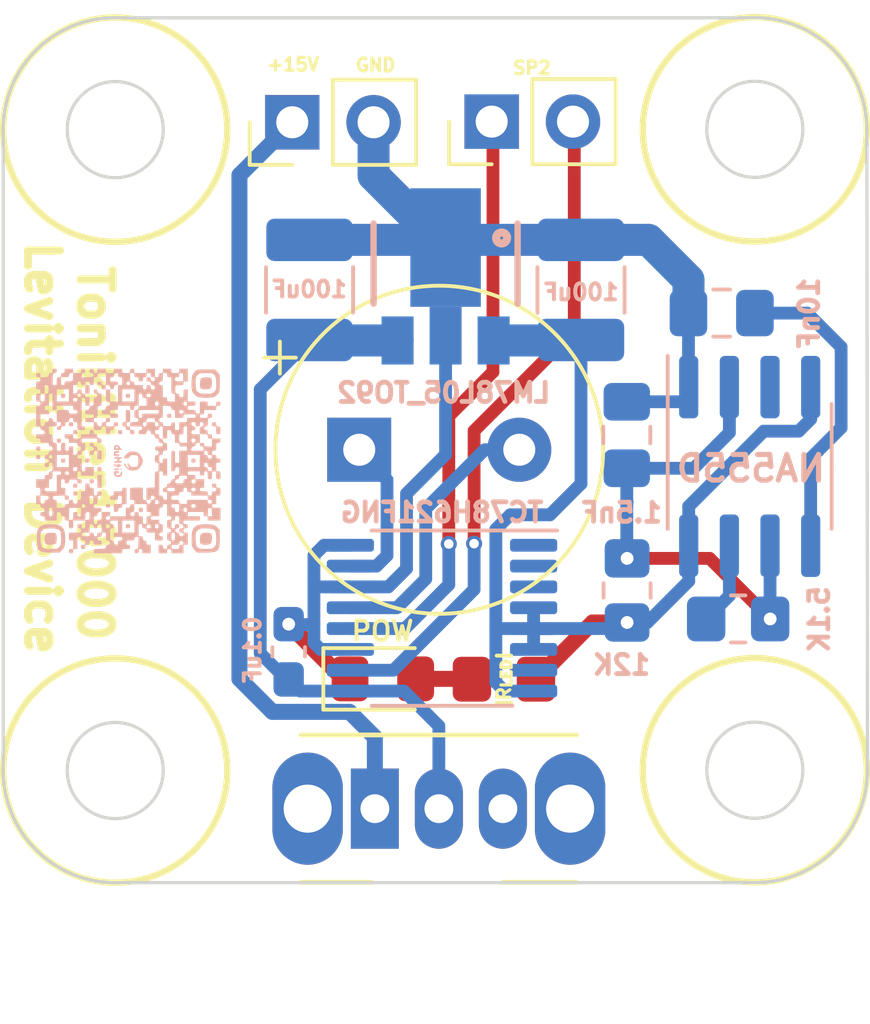
<source format=kicad_pcb>
(kicad_pcb (version 20221018) (generator pcbnew)
  (layers (0 "F.Cu" signal) (31 "B.Cu" signal) (34 "B.Paste" user) (35 "F.Paste" user) (36 "B.SilkS" user "B.Silkscreen") (37 "F.SilkS" user "F.Silkscreen") (38 "B.Mask" user) (39 "F.Mask" user) (44 "Edge.Cuts" user))
  (net 0 "")
  (net 1 "GND")
  (net 2 "+15V")
  (net 3 "+5V")
  (net 4 "Net-(D1-A)")
  (net 5 "Net-(J6-Pin_1)")
  (net 6 "Net-(J6-Pin_2)")
  (net 7 "Net-(U1-AO1)")
  (net 8 "Net-(U1-AO2)")
  (net 12 "Net-(J1-Pin_1)")
  (net 13 "Net-(U3-CV)")
  (net 14 "Net-(U3-THR)")
  (net 15 "Net-(U3-DIS)")
  (net 16 "40KHz")
  (footprint "Connector_PinHeader_2.54mm:PinHeader_1x02_P2.54mm_Vertical" (layer "F.Cu") (at 81.2 41.44 90)
    (fp_text reference "J1" hide)
    (fp_text value "Batt conn")
    (pad "1" thru_hole rect (at 0 0 90) (size 1.7 1.7) (drill 1) (layers "*.Cu" "*.Mask") (net 12 "Net-(J1-Pin_1)"))
    (pad "2" thru_hole oval (at 0 2.54 90) (size 1.7 1.7) (drill 1) (layers "*.Cu" "*.Mask") (net 1 "GND"))
  )
  (footprint "Button_Switch_THT:SW_CuK_OS102011MA1QN1_SPDT_Angled" (layer "F.Cu") (at 83.78 62.86)
    (fp_text reference "SW1" hide)
    (fp_text value "POW" hide)
    (pad "" thru_hole oval (at -2.1 0) (size 2.2 3.5) (drill 1.5) (layers "*.Cu" "*.Mask"))
    (pad "" thru_hole oval (at 6.1 0) (size 2.2 3.5) (drill 1.5) (layers "*.Cu" "*.Mask"))
    (pad "1" thru_hole rect (at 0 0) (size 1.5 2.5) (drill 0.9) (layers "*.Cu" "*.Mask") (net 12 "Net-(J1-Pin_1)"))
    (pad "2" thru_hole oval (at 2 0) (size 1.5 2.5) (drill 0.9) (layers "*.Cu" "*.Mask") (net 2 "+15V"))
    (pad "3" thru_hole oval (at 4 0) (size 1.5 2.5) (drill 0.9) (layers "*.Cu" "*.Mask"))
  )
  (footprint "Connector_PinHeader_2.54mm:PinHeader_1x02_P2.54mm_Vertical" (layer "F.Cu") (at 87.43 41.42 90)
    (fp_text reference "J6" hide)
    (fp_text value "SPK")
    (pad "1" thru_hole rect (at 0 0 90) (size 1.7 1.7) (drill 1) (layers "*.Cu" "*.Mask") (net 5 "Net-(J6-Pin_1)"))
    (pad "2" thru_hole oval (at 0 2.54 90) (size 1.7 1.7) (drill 1) (layers "*.Cu" "*.Mask") (net 6 "Net-(J6-Pin_2)"))
  )
  (footprint "Resistor_SMD:R_0805_2012Metric_Pad1.20x1.40mm_HandSolder" (layer "F.Cu") (at 87.8125 58.82 180)
    (fp_text reference "R3" hide)
    (fp_text value "R_{LED}" (at -0.0025 -0.02 90) (layer "F.SilkS") (effects (font (size 0.4 0.4) (thickness 0.1) bold)))
    (pad "1" smd roundrect (at -1 0 180) (size 1.2 1.4) (layers "F.Cu" "F.Paste" "F.Mask") (roundrect_rratio 0.208333) (net 3 "+5V"))
    (pad "2" smd roundrect (at 1 0 180) (size 1.2 1.4) (layers "F.Cu" "F.Paste" "F.Mask") (roundrect_rratio 0.208333) (net 4 "Net-(D1-A)"))
  )
  (footprint "Capacitor_THT:CP_Radial_D10.0mm_P5.00mm" (layer "F.Cu") (at 83.292323 51.66)
    (fp_text reference "LS1" hide)
    (fp_text value "TCT40-16_UltrasonicSpeaker" hide)
    (pad "1" thru_hole rect (at 0 0) (size 2 2) (drill 1) (layers "*.Cu" "*.Mask") (net 7 "Net-(U1-AO1)"))
    (pad "2" thru_hole circle (at 5 0) (size 2 2) (drill 1) (layers "*.Cu" "*.Mask") (net 8 "Net-(U1-AO2)"))
  )
  (footprint "Diode_SMD:D_0805_2012Metric_Pad1.15x1.40mm_HandSolder" (layer "F.Cu") (at 84.03 58.81)
    (fp_text reference "D1" hide)
    (fp_text value "POW" (at -0.01 -1.49 180) (layer "F.SilkS") (effects (font (size 0.6 0.6) (thickness 0.12) bold)))
    (pad "1" smd roundrect (at -1.025 0) (size 1.15 1.4) (layers "F.Cu" "F.Paste" "F.Mask") (roundrect_rratio 0.217391) (net 1 "GND"))
    (pad "2" smd roundrect (at 1.025 0) (size 1.15 1.4) (layers "F.Cu" "F.Paste" "F.Mask") (roundrect_rratio 0.217391) (net 4 "Net-(D1-A)"))
  )
  (footprint "78L05:PK(R-PSSO-F3)" (layer "B.Cu") (at 85.99 44.6 180)
    (fp_text reference "U2" hide)
    (fp_text value "LM78L05_TO92" (at 0.06 -5.2825) (layer "B.SilkS") (effects (font (size 0.6 0.6)) (justify mirror)))
    (pad "1" smd rect (at -1.5 -3.65 180) (size 1 1.5) (layers "B.Cu" "B.Paste" "B.Mask") (net 3 "+5V"))
    (pad "2" smd rect (at 0 -3.5 180) (size 1 1.8) (layers "B.Cu" "B.Paste" "B.Mask") (net 1 "GND"))
    (pad "2" smd rect (at 0 -0.75 180) (size 2.2 3.7) (layers "B.Cu" "B.Paste" "B.Mask") (net 1 "GND"))
    (pad "3" smd rect (at 1.5 -3.65 180) (size 1 1.5) (layers "B.Cu" "B.Paste" "B.Mask") (net 2 "+15V"))
  )
  (footprint "Resistor_SMD:R_0805_2012Metric_Pad1.20x1.40mm_HandSolder" (layer "B.Cu") (at 91.66 56.05 -90)
    (fp_text reference "R2" hide)
    (fp_text value "12K" (at 2.325 0.175) (layer "B.SilkS") (effects (font (size 0.6 0.6) (thickness 0.15) bold) (justify mirror)))
    (pad "1" smd roundrect (at -1 0 270) (size 1.2 1.4) (layers "B.Cu" "B.Paste" "B.Mask") (roundrect_rratio 0.208333) (net 14 "Net-(U3-THR)"))
    (pad "2" smd roundrect (at 1 0 270) (size 1.2 1.4) (layers "B.Cu" "B.Paste" "B.Mask") (roundrect_rratio 0.208333) (net 3 "+5V"))
  )
  (footprint "Capacitor_SMD:C_1210_3225Metric_Pad1.33x2.70mm_HandSolder" (layer "B.Cu") (at 81.74 46.6725 90)
    (fp_text reference "C2" hide)
    (fp_text value "100uF" (at 0.02 -0.01) (layer "B.SilkS") (effects (font (size 0.5 0.5)) (justify mirror)))
    (pad "1" smd roundrect (at -1.5625 0 90) (size 1.325 2.7) (layers "B.Cu" "B.Paste" "B.Mask") (roundrect_rratio 0.188679) (net 2 "+15V"))
    (pad "2" smd roundrect (at 1.5625 0 90) (size 1.325 2.7) (layers "B.Cu" "B.Paste" "B.Mask") (roundrect_rratio 0.188679) (net 1 "GND"))
  )
  (footprint "Capacitor_SMD:C_0805_2012Metric_Pad1.18x1.45mm_HandSolder" (layer "B.Cu") (at 91.65 51.2 -90)
    (fp_text reference "C5" hide)
    (fp_text value "1.5nF" (at 2.425 0.165) (layer "B.SilkS") (effects (font (size 0.6 0.6)) (justify mirror)))
    (pad "1" smd roundrect (at -1.0375 0 270) (size 1.175 1.45) (layers "B.Cu" "B.Paste" "B.Mask") (roundrect_rratio 0.212766) (net 1 "GND"))
    (pad "2" smd roundrect (at 1.0375 0 270) (size 1.175 1.45) (layers "B.Cu" "B.Paste" "B.Mask") (roundrect_rratio 0.212766) (net 14 "Net-(U3-THR)"))
  )
  (footprint "Capacitor_SMD:C_1210_3225Metric_Pad1.33x2.70mm_HandSolder" (layer "B.Cu") (at 90.22 46.6725 90)
    (fp_text reference "C3" hide)
    (fp_text value "100uF" (at -0.07 0) (layer "B.SilkS") (effects (font (size 0.5 0.5) (thickness 0.125)) (justify mirror)))
    (pad "1" smd roundrect (at -1.5625 0 90) (size 1.325 2.7) (layers "B.Cu" "B.Paste" "B.Mask") (roundrect_rratio 0.188679) (net 3 "+5V"))
    (pad "2" smd roundrect (at 1.5625 0 90) (size 1.325 2.7) (layers "B.Cu" "B.Paste" "B.Mask") (roundrect_rratio 0.188679) (net 1 "GND"))
  )
  (footprint "Capacitor_SMD:C_0603_1608Metric_Pad1.08x0.95mm_HandSolder" (layer "B.Cu") (at 81.0875 57.965 -90)
    (fp_text reference "C1" hide)
    (fp_text value "0.1uF" (at -0.055 1.1275 90) (layer "B.SilkS") (effects (font (size 0.5 0.5) (thickness 0.125)) (justify mirror)))
    (pad "1" smd roundrect (at -0.8625 0 270) (size 1.075 0.95) (layers "B.Cu" "B.Paste" "B.Mask") (net 1 "GND"))
    (pad "2" smd roundrect (at 0.8625 0 270) (size 1.075 0.95) (layers "B.Cu" "B.Paste" "B.Mask") (net 2 "+15V"))
  )
  (footprint "Capacitor_SMD:C_0805_2012Metric_Pad1.18x1.45mm_HandSolder" (layer "B.Cu") (at 94.615 47.395)
    (fp_text reference "C4" hide)
    (fp_text value "10nF" (at 2.73 0.01 90) (layer "B.SilkS") (effects (font (size 0.6 0.6)) (justify mirror)))
    (pad "1" smd roundrect (at -1.0375 0) (size 1.175 1.45) (layers "B.Cu" "B.Paste" "B.Mask") (roundrect_rratio 0.212766) (net 1 "GND"))
    (pad "2" smd roundrect (at 1.0375 0) (size 1.175 1.45) (layers "B.Cu" "B.Paste" "B.Mask") (roundrect_rratio 0.212766) (net 13 "Net-(U3-CV)"))
  )
  (footprint "Package_SO:TSSOP-16_4.4x5mm_P0.65mm" (layer "B.Cu") (at 85.8775 56.915 180)
    (fp_text reference "U1" hide)
    (fp_text value "TC78H621FNG" (at 0 3.3) (layer "B.SilkS") (effects (font (size 0.6 0.6)) (justify mirror)))
    (pad "1" smd roundrect (at -2.8625 2.275 180) (size 1.475 0.4) (layers "B.Cu" "B.Paste" "B.Mask"))
    (pad "2" smd roundrect (at -2.8625 1.625 180) (size 1.475 0.4) (layers "B.Cu" "B.Paste" "B.Mask"))
    (pad "3" smd roundrect (at -2.8625 0.975 180) (size 1.475 0.4) (layers "B.Cu" "B.Paste" "B.Mask") (net 16 "40KHz"))
    (pad "4" smd roundrect (at -2.8625 0.325 180) (size 1.475 0.4) (layers "B.Cu" "B.Paste" "B.Mask") (net 3 "+5V"))
    (pad "5" smd roundrect (at -2.8625 -0.325 180) (size 1.475 0.4) (layers "B.Cu" "B.Paste" "B.Mask") (net 3 "+5V"))
    (pad "6" smd roundrect (at -2.8625 -0.975 180) (size 1.475 0.4) (layers "B.Cu" "B.Paste" "B.Mask") (net 3 "+5V"))
    (pad "7" smd roundrect (at -2.8625 -1.625 180) (size 1.475 0.4) (layers "B.Cu" "B.Paste" "B.Mask") (net 16 "40KHz"))
    (pad "8" smd roundrect (at -2.8625 -2.275 180) (size 1.475 0.4) (layers "B.Cu" "B.Paste" "B.Mask") (net 3 "+5V"))
    (pad "9" smd roundrect (at 2.8625 -2.275 180) (size 1.475 0.4) (layers "B.Cu" "B.Paste" "B.Mask") (net 2 "+15V"))
    (pad "10" smd roundrect (at 2.8625 -1.625 180) (size 1.475 0.4) (layers "B.Cu" "B.Paste" "B.Mask") (net 6 "Net-(J6-Pin_2)"))
    (pad "11" smd roundrect (at 2.8625 -0.975 180) (size 1.475 0.4) (layers "B.Cu" "B.Paste" "B.Mask") (net 1 "GND"))
    (pad "12" smd roundrect (at 2.8625 -0.325 180) (size 1.475 0.4) (layers "B.Cu" "B.Paste" "B.Mask") (net 5 "Net-(J6-Pin_1)"))
    (pad "13" smd roundrect (at 2.8625 0.325 180) (size 1.475 0.4) (layers "B.Cu" "B.Paste" "B.Mask") (net 8 "Net-(U1-AO2)"))
    (pad "14" smd roundrect (at 2.8625 0.975 180) (size 1.475 0.4) (layers "B.Cu" "B.Paste" "B.Mask") (net 1 "GND"))
    (pad "15" smd roundrect (at 2.8625 1.625 180) (size 1.475 0.4) (layers "B.Cu" "B.Paste" "B.Mask") (net 7 "Net-(U1-AO1)"))
    (pad "16" smd roundrect (at 2.8625 2.275 180) (size 1.475 0.4) (layers "B.Cu" "B.Paste" "B.Mask") (net 1 "GND"))
  )
  (footprint "Package_SO:SOIC-8_3.9x4.9mm_P1.27mm" (layer "B.Cu") (at 95.49 52.18 -90)
    (fp_text reference "U3" hide)
    (fp_text value "NA555D" (at 0.065 -0.035) (layer "B.SilkS") (effects (font (size 0.8 0.8) (thickness 0.16) bold) (justify mirror)))
    (pad "1" smd roundrect (at -2.475 1.905 270) (size 1.95 0.6) (layers "B.Cu" "B.Paste" "B.Mask") (net 1 "GND"))
    (pad "2" smd roundrect (at -2.475 0.635 270) (size 1.95 0.6) (layers "B.Cu" "B.Paste" "B.Mask") (net 14 "Net-(U3-THR)"))
    (pad "3" smd roundrect (at -2.475 -0.635 270) (size 1.95 0.6) (layers "B.Cu" "B.Paste" "B.Mask") (net 16 "40KHz"))
    (pad "4" smd roundrect (at -2.475 -1.905 270) (size 1.95 0.6) (layers "B.Cu" "B.Paste" "B.Mask") (net 3 "+5V"))
    (pad "5" smd roundrect (at 2.475 -1.905 270) (size 1.95 0.6) (layers "B.Cu" "B.Paste" "B.Mask") (net 13 "Net-(U3-CV)"))
    (pad "6" smd roundrect (at 2.475 -0.635 270) (size 1.95 0.6) (layers "B.Cu" "B.Paste" "B.Mask") (net 14 "Net-(U3-THR)"))
    (pad "7" smd roundrect (at 2.475 0.635 270) (size 1.95 0.6) (layers "B.Cu" "B.Paste" "B.Mask") (net 15 "Net-(U3-DIS)"))
    (pad "8" smd roundrect (at 2.475 1.905 270) (size 1.95 0.6) (layers "B.Cu" "B.Paste" "B.Mask") (net 3 "+5V"))
  )
  (footprint "LOGO" (layer "B.Cu") (at 76.09 52 90)
    (fp_text reference "G***" hide)
    (fp_text value "LOGO" hide)
  )
  (footprint "Resistor_SMD:R_0805_2012Metric_Pad1.20x1.40mm_HandSolder" (layer "B.Cu") (at 95.13 56.94)
    (fp_text reference "R1" hide)
    (fp_text value "5.1K" (at 2.53 0.01 90) (layer "B.SilkS") (effects (font (size 0.6 0.6) (thickness 0.15) bold) (justify mirror)))
    (pad "1" smd roundrect (at -1 0) (size 1.2 1.4) (layers "B.Cu" "B.Paste" "B.Mask") (roundrect_rratio 0.208333) (net 15 "Net-(U3-DIS)"))
    (pad "2" smd roundrect (at 1 0) (size 1.2 1.4) (layers "B.Cu" "B.Paste" "B.Mask") (roundrect_rratio 0.208333) (net 14 "Net-(U3-THR)"))
  )
  (gr_circle (center 75.67 61.67) (end 75.67 65.17) (stroke (width 0.2)) (fill none) (layer "F.SilkS"))
  (gr_circle (center 95.65 41.66) (end 95.65 38.16) (stroke (width 0.2)) (fill none) (layer "F.SilkS"))
  (gr_circle (center 75.67 41.67) (end 75.67 45.17) (stroke (width 0.2)) (fill none) (layer "F.SilkS"))
  (gr_circle (center 95.65 61.66) (end 95.65 58.16) (stroke (width 0.2)) (fill none) (layer "F.SilkS"))
  (gr_circle (center 95.65 61.66) (end 95.65 60.16) (stroke (width 0.1)) (fill none) (layer "Edge.Cuts"))
  (gr_line (start 75.65 38.179978) (end 95.65 38.179978) (stroke (width 0.1)) (layer "Edge.Cuts"))
  (gr_arc (start 95.65 38.179978) (mid 98.124874 39.205104) (end 99.15 41.679978) (stroke (width 0.1)) (layer "Edge.Cuts"))
  (gr_line (start 99.17 61.67) (end 99.15 41.679978) (stroke (width 0.1)) (layer "Edge.Cuts"))
  (gr_circle (center 75.67 41.67) (end 75.67 43.17) (stroke (width 0.1)) (fill none) (layer "Edge.Cuts"))
  (gr_circle (center 95.65 41.66) (end 95.65 40.16) (stroke (width 0.1)) (fill none) (layer "Edge.Cuts"))
  (gr_arc (start 99.17 61.67) (mid 98.144874 64.144874) (end 95.67 65.17) (stroke (width 0.1)) (layer "Edge.Cuts"))
  (gr_line (start 95.67 65.17) (end 75.67 65.17) (stroke (width 0.1)) (layer "Edge.Cuts"))
  (gr_arc (start 75.67 65.17) (mid 73.195126 64.144874) (end 72.17 61.67) (stroke (width 0.1)) (layer "Edge.Cuts"))
  (gr_circle (center 75.67 61.67) (end 75.67 63.17) (stroke (width 0.1)) (fill none) (layer "Edge.Cuts"))
  (gr_line (start 72.17 41.67) (end 72.17 61.67) (stroke (width 0.1)) (layer "Edge.Cuts"))
  (gr_arc (start 72.17 41.67) (mid 73.185724 39.202792) (end 75.65 38.179978) (stroke (width 0.1)) (layer "Edge.Cuts"))
  (gr_text "Levitation Device" (at 72.81 51.61 270) (layer "F.SilkS") (effects (font (size 1 1) (thickness 0.25) bold) (justify bottom)))
  (gr_text "SP2\n" (at 88.04 39.98) (layer "F.SilkS") (effects (font (size 0.4 0.4) (thickness 0.1) bold) (justify left bottom)))
  (gr_text "+15V" (at 80.36 39.87) (layer "F.SilkS") (effects (font (size 0.4 0.4) (thickness 0.1) bold) (justify left bottom)))
  (gr_text "GND" (at 83.13 39.89) (layer "F.SilkS") (effects (font (size 0.4 0.4) (thickness 0.1) bold) (justify left bottom)))
  (gr_text "Tonikiller10000" (at 74.45 45.8 -90) (layer "F.SilkS") (effects (font (size 1 1) (thickness 0.25) bold) (justify left bottom)))
  (segment (start 82.795 58.81) (end 81.0875 57.1025) (width 0.5) (layer "F.Cu") (net 1))
  (segment (start 83.005 58.81) (end 82.795 58.81) (width 0.5) (layer "F.Cu") (net 1))
  (via (at 81.0875 57.1025) (size 0.8) (drill 0.4) (layers "F.Cu" "B.Cu") (net 1))
  (segment (start 81.8775 55.685) (end 81.8775 57.115) (width 0.4) (layer "B.Cu") (net 1))
  (segment (start 93.5775 47.395) (end 93.5775 49.6975) (width 0.4) (layer "B.Cu") (net 1))
  (segment (start 85.99 51.81) (end 85.99 48.1) (width 0.4) (layer "B.Cu") (net 1))
  (segment (start 83.74 41.44) (end 83.74 43.1) (width 1) (layer "B.Cu") (net 1))
  (segment (start 81.8775 55.685) (end 81.8775 55.935) (width 0.4) (layer "B.Cu") (net 1))
  (segment (start 84.77 53.03) (end 85.99 51.81) (width 0.4) (layer "B.Cu") (net 1))
  (segment (start 93.585 50.1625) (end 93.585 49.705) (width 0.4) (layer "B.Cu") (net 1))
  (segment (start 92.33 45.11) (end 93.5775 46.3575) (width 1) (layer "B.Cu") (net 1))
  (segment (start 81.8775 55.935) (end 81.8875 55.945) (width 0.4) (layer "B.Cu") (net 1))
  (segment (start 81.8775 54.955) (end 81.8775 55.685) (width 0.4) (layer "B.Cu") (net 1))
  (segment (start 86.23 45.11) (end 85.99 45.35) (width 1) (layer "B.Cu") (net 1))
  (segment (start 81.8775 57.115) (end 81.8775 57.685) (width 0.4) (layer "B.Cu") (net 1))
  (segment (start 84.2 55.94) (end 84.77 55.37) (width 0.4) (layer "B.Cu") (net 1))
  (segment (start 81.8775 57.115) (end 81.1 57.115) (width 0.4) (layer "B.Cu") (net 1))
  (segment (start 93.5775 49.6975) (end 93.585 49.705) (width 0.4) (layer "B.Cu") (net 1))
  (segment (start 93.5775 46.3575) (end 93.5775 47.395) (width 1) (layer "B.Cu") (net 1))
  (segment (start 91.65 50.1625) (end 93.585 50.1625) (width 0.4) (layer "B.Cu") (net 1))
  (segment (start 90.22 45.11) (end 92.33 45.11) (width 1) (layer "B.Cu") (net 1))
  (segment (start 81.74 45.11) (end 85.75 45.11) (width 1) (layer "B.Cu") (net 1))
  (segment (start 82.0825 57.89) (end 83.015 57.89) (width 0.4) (layer "B.Cu") (net 1))
  (segment (start 83.015 55.94) (end 84.2 55.94) (width 0.4) (layer "B.Cu") (net 1))
  (segment (start 91.6475 50.1625) (end 91.65 50.1625) (width 0.4) (layer "B.Cu") (net 1))
  (segment (start 83.74 43.1) (end 85.99 45.35) (width 1) (layer "B.Cu") (net 1))
  (segment (start 85.75 45.11) (end 85.99 45.35) (width 1) (layer "B.Cu") (net 1))
  (segment (start 82.1925 54.64) (end 81.8775 54.955) (width 0.4) (layer "B.Cu") (net 1))
  (segment (start 84.77 55.37) (end 84.77 53.03) (width 0.4) (layer "B.Cu") (net 1))
  (segment (start 81.8875 55.945) (end 81.8925 55.94) (width 0.4) (layer "B.Cu") (net 1))
  (segment (start 81.8925 55.94) (end 83.015 55.94) (width 0.4) (layer "B.Cu") (net 1))
  (segment (start 81.8775 57.685) (end 82.0825 57.89) (width 0.4) (layer "B.Cu") (net 1))
  (segment (start 83.015 54.64) (end 82.1925 54.64) (width 0.4) (layer "B.Cu") (net 1))
  (segment (start 81.1 57.115) (end 81.0875 57.1025) (width 0.4) (layer "B.Cu") (net 1))
  (segment (start 90.22 45.11) (end 86.23 45.11) (width 1) (layer "B.Cu") (net 1))
  (segment (start 81.755 48.25) (end 81.74 48.235) (width 1) (layer "B.Cu") (net 2))
  (segment (start 81.45 59.19) (end 81.0875 58.8275) (width 0.4) (layer "B.Cu") (net 2))
  (segment (start 84.69 59.19) (end 85.78 60.28) (width 0.4) (layer "B.Cu") (net 2))
  (segment (start 81.0875 58.8275) (end 81.0175 58.8275) (width 0.4) (layer "B.Cu") (net 2))
  (segment (start 83.015 59.19) (end 84.69 59.19) (width 0.4) (layer "B.Cu") (net 2))
  (segment (start 80.2 58.01) (end 80.2 49.775) (width 0.4) (layer "B.Cu") (net 2))
  (segment (start 84.49 48.25) (end 81.755 48.25) (width 1) (layer "B.Cu") (net 2))
  (segment (start 83.015 59.19) (end 81.45 59.19) (width 0.4) (layer "B.Cu") (net 2))
  (segment (start 85.78 60.28) (end 85.78 62.86) (width 0.4) (layer "B.Cu") (net 2))
  (segment (start 81.0175 58.8275) (end 80.2 58.01) (width 0.4) (layer "B.Cu") (net 2))
  (segment (start 80.2 49.775) (end 81.74 48.235) (width 0.4) (layer "B.Cu") (net 2))
  (segment (start 90.5825 57.05) (end 91.66 57.05) (width 0.5) (layer "F.Cu") (net 3))
  (segment (start 88.8125 58.82) (end 90.5825 57.05) (width 0.5) (layer "F.Cu") (net 3))
  (via (at 91.66 57.05) (size 0.8) (drill 0.4) (layers "F.Cu" "B.Cu") (net 3))
  (segment (start 90.22 48.235) (end 90.22 52.72) (width 0.4) (layer "B.Cu") (net 3))
  (segment (start 87.83 59.19) (end 87.56 58.92) (width 0.4) (layer "B.Cu") (net 3))
  (segment (start 88.74 57.24) (end 88.74 56.59) (width 0.4) (layer "B.Cu") (net 3))
  (segment (start 88.01 53.69) (end 87.56 54.14) (width 0.4) (layer "B.Cu") (net 3))
  (segment (start 88.74 59.19) (end 87.83 59.19) (width 0.4) (layer "B.Cu") (net 3))
  (segment (start 93.585 55.758834) (end 93.585 54.655) (width 0.4) (layer "B.Cu") (net 3))
  (segment (start 88.74 57.24) (end 89.277 57.24) (width 0.4) (layer "B.Cu") (net 3))
  (segment (start 87.57 57.24) (end 87.56 57.25) (width 0.4) (layer "B.Cu") (net 3))
  (segment (start 88.74 57.24) (end 88.74 57.89) (width 0.4) (layer "B.Cu") (net 3))
  (segment (start 88.74 57.24) (end 87.57 57.24) (width 0.4) (layer "B.Cu") (net 3))
  (segment (start 90.22 52.72) (end 89.25 53.69) (width 0.4) (layer "B.Cu") (net 3))
  (segment (start 90.205 48.25) (end 90.22 48.235) (width 1) (layer "B.Cu") (net 3))
  (segment (start 91.47 57.24) (end 91.66 57.05) (width 0.4) (layer "B.Cu") (net 3))
  (segment (start 93.585 54.655) (end 93.585 53.425) (width 0.4) (layer "B.Cu") (net 3))
  (segment (start 88.74 57.24) (end 91.47 57.24) (width 0.4) (layer "B.Cu") (net 3))
  (segment (start 91.66 57.05) (end 92.293834 57.05) (width 0.4) (layer "B.Cu") (net 3))
  (segment (start 95.93 51.08) (end 97.02 51.08) (width 0.4) (layer "B.Cu") (net 3))
  (segment (start 97.395 50.705) (end 97.395 49.705) (width 0.4) (layer "B.Cu") (net 3))
  (segment (start 92.293834 57.05) (end 93.585 55.758834) (width 0.4) (layer "B.Cu") (net 3))
  (segment (start 87.56 54.14) (end 87.56 57.25) (width 0.4) (layer "B.Cu") (net 3))
  (segment (start 87.49 48.25) (end 90.205 48.25) (width 1) (layer "B.Cu") (net 3))
  (segment (start 93.585 53.425) (end 95.93 51.08) (width 0.4) (layer "B.Cu") (net 3))
  (segment (start 89.25 53.69) (end 88.01 53.69) (width 0.4) (layer "B.Cu") (net 3))
  (segment (start 97.02 51.08) (end 97.395 50.705) (width 0.4) (layer "B.Cu") (net 3))
  (segment (start 87.56 58.92) (end 87.56 57.25) (width 0.4) (layer "B.Cu") (net 3))
  (segment (start 89.277 57.24) (end 89.2775 57.2395) (width 0.4) (layer "B.Cu") (net 3))
  (segment (start 85.055 58.81) (end 86.8025 58.81) (width 0.5) (layer "F.Cu") (net 4))
  (segment (start 86.8025 58.81) (end 86.8125 58.82) (width 0.5) (layer "F.Cu") (net 4))
  (segment (start 87.47 41.46) (end 87.43 41.42) (width 0.4) (layer "F.Cu") (net 5))
  (segment (start 86.09 54.6) (end 86.09 50.61) (width 0.4) (layer "F.Cu") (net 5))
  (segment (start 86.09 50.61) (end 87.47 49.23) (width 0.4) (layer "F.Cu") (net 5))
  (segment (start 87.47 49.23) (end 87.47 41.46) (width 0.4) (layer "F.Cu") (net 5))
  (via (at 86.09 54.6) (size 0.5) (drill 0.3) (layers "F.Cu" "B.Cu") (net 5))
  (segment (start 86.09 54.6) (end 86.09 55.87) (width 0.4) (layer "B.Cu") (net 5))
  (segment (start 86.09 55.87) (end 84.72 57.24) (width 0.4) (layer "B.Cu") (net 5))
  (segment (start 84.72 57.24) (end 83.015 57.24) (width 0.4) (layer "B.Cu") (net 5))
  (segment (start 90.01 41.46) (end 89.97 41.42) (width 0.4) (layer "F.Cu") (net 6))
  (segment (start 86.88 54.59) (end 86.88 51.07) (width 0.4) (layer "F.Cu") (net 6))
  (segment (start 90.01 47.94) (end 90.01 41.46) (width 0.4) (layer "F.Cu") (net 6))
  (segment (start 86.88 51.07) (end 90.01 47.94) (width 0.4) (layer "F.Cu") (net 6))
  (via (at 86.88 54.59) (size 0.5) (drill 0.3) (layers "F.Cu" "B.Cu") (net 6))
  (segment (start 86.88 54.59) (end 86.88 56.02) (width 0.4) (layer "B.Cu") (net 6))
  (segment (start 86.88 56.02) (end 84.36 58.54) (width 0.4) (layer "B.Cu") (net 6))
  (segment (start 84.36 58.54) (end 83.015 58.54) (width 0.4) (layer "B.Cu") (net 6))
  (segment (start 83.17 51.61) (end 83.17 51.46) (width 0.4) (layer "B.Cu") (net 7))
  (segment (start 84.16 52.6) (end 83.17 51.61) (width 0.4) (layer "B.Cu") (net 7))
  (segment (start 84.16 54.96) (end 84.16 52.6) (width 0.4) (layer "B.Cu") (net 7))
  (segment (start 83.015 55.29) (end 83.83 55.29) (width 0.4) (layer "B.Cu") (net 7))
  (segment (start 83.83 55.29) (end 84.16 54.96) (width 0.4) (layer "B.Cu") (net 7))
  (segment (start 85.37 55.69) (end 85.37 53.5) (width 0.4) (layer "B.Cu") (net 8))
  (segment (start 87.21 51.66) (end 88.292323 51.66) (width 0.4) (layer "B.Cu") (net 8))
  (segment (start 84.47 56.59) (end 85.37 55.69) (width 0.4) (layer "B.Cu") (net 8))
  (segment (start 83.015 56.59) (end 84.47 56.59) (width 0.4) (layer "B.Cu") (net 8))
  (segment (start 85.37 53.5) (end 87.21 51.66) (width 0.4) (layer "B.Cu") (net 8))
  (segment (start 80.58 59.84) (end 79.55 58.81) (width 0.5) (layer "B.Cu") (net 12))
  (segment (start 79.55 43.09) (end 81.2 41.44) (width 0.5) (layer "B.Cu") (net 12))
  (segment (start 82.99 59.84) (end 80.58 59.84) (width 0.5) (layer "B.Cu") (net 12))
  (segment (start 79.55 58.81) (end 79.55 43.09) (width 0.5) (layer "B.Cu") (net 12))
  (segment (start 83.78 60.63) (end 82.99 59.84) (width 0.5) (layer "B.Cu") (net 12))
  (segment (start 83.78 62.86) (end 83.78 60.63) (width 0.5) (layer "B.Cu") (net 12))
  (segment (start 97.395 54.655) (end 97.395 51.925) (width 0.4) (layer "B.Cu") (net 13))
  (segment (start 97.285 47.395) (end 95.6525 47.395) (width 0.4) (layer "B.Cu") (net 13))
  (segment (start 97.395 51.925) (end 98.345 50.975) (width 0.4) (layer "B.Cu") (net 13))
  (segment (start 98.345 50.975) (end 98.345 48.455) (width 0.4) (layer "B.Cu") (net 13))
  (segment (start 98.345 48.455) (end 97.285 47.395) (width 0.4) (layer "B.Cu") (net 13))
  (segment (start 94.24 55.05) (end 91.66 55.05) (width 0.4) (layer "F.Cu") (net 14))
  (segment (start 96.13 56.94) (end 94.24 55.05) (width 0.4) (layer "F.Cu") (net 14))
  (via (at 91.66 55.05) (size 0.8) (drill 0.4) (layers "F.Cu" "B.Cu") (net 14))
  (via (at 96.13 56.94) (size 0.8) (drill 0.4) (layers "F.Cu" "B.Cu") (net 14))
  (segment (start 91.65 55.04) (end 91.65 53.29) (width 0.4) (layer "B.Cu") (net 14))
  (segment (start 91.65 53.29) (end 91.66 53.28) (width 0.4) (layer "B.Cu") (net 14))
  (segment (start 94.855 49.705) (end 94.855 51.125) (width 0.4) (layer "B.Cu") (net 14))
  (segment (start 96.12 54.65) (end 96.125 54.655) (width 0.4) (layer "B.Cu") (net 14))
  (segment (start 96.125 54.655) (end 96.125 56.935) (width 0.4) (layer "B.Cu") (net 14))
  (segment (start 91.65 53.27) (end 91.65 52.2375) (width 0.4) (layer "B.Cu") (net 14))
  (segment (start 96.125 56.935) (end 96.13 56.94) (width 0.4) (layer "B.Cu") (net 14))
  (segment (start 93.7425 52.2375) (end 91.65 52.2375) (width 0.4) (layer "B.Cu") (net 14))
  (segment (start 94.855 51.125) (end 93.7425 52.2375) (width 0.4) (layer "B.Cu") (net 14))
  (segment (start 91.66 53.28) (end 91.65 53.27) (width 0.4) (layer "B.Cu") (net 14))
  (segment (start 91.66 55.05) (end 91.65 55.04) (width 0.4) (layer "B.Cu") (net 14))
  (segment (start 94.855 54.655) (end 94.855 56.215) (width 0.4) (layer "B.Cu") (net 15))
  (segment (start 94.855 56.215) (end 94.13 56.94) (width 0.4) (layer "B.Cu") (net 15))
)
</source>
